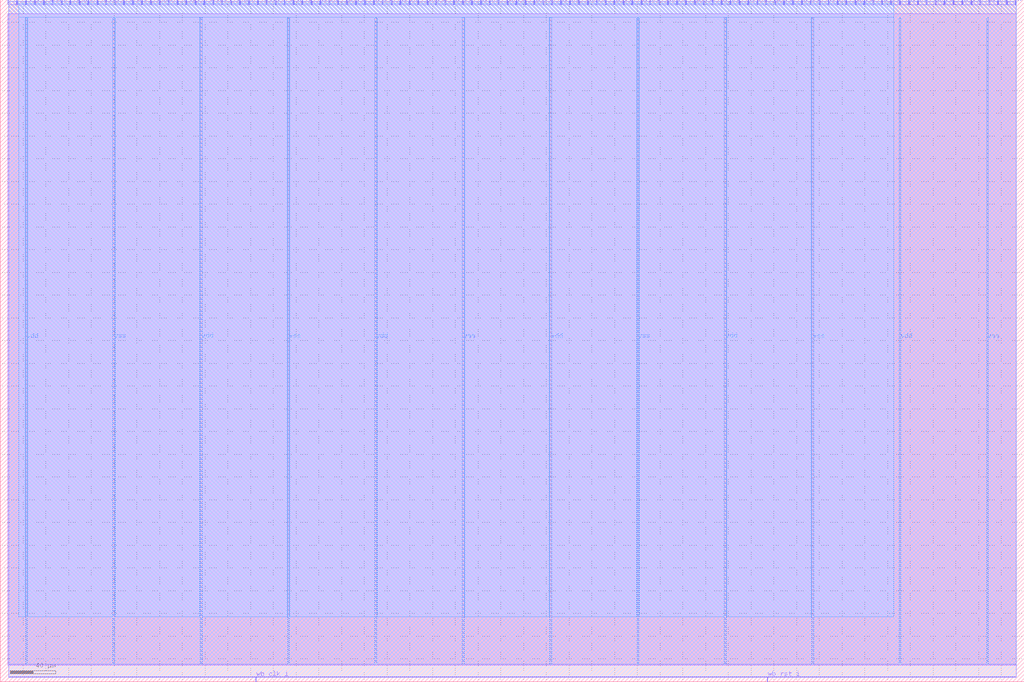
<source format=lef>
VERSION 5.7 ;
  NOWIREEXTENSIONATPIN ON ;
  DIVIDERCHAR "/" ;
  BUSBITCHARS "[]" ;
MACRO wrapped_as2650
  CLASS BLOCK ;
  FOREIGN wrapped_as2650 ;
  ORIGIN 0.000 0.000 ;
  SIZE 900.000 BY 600.000 ;
  PIN io_in[0]
    DIRECTION INPUT ;
    USE SIGNAL ;
    PORT
      LAYER Metal2 ;
        RECT 6.720 596.000 7.280 600.000 ;
    END
  END io_in[0]
  PIN io_in[10]
    DIRECTION INPUT ;
    USE SIGNAL ;
    PORT
      LAYER Metal2 ;
        RECT 241.920 596.000 242.480 600.000 ;
    END
  END io_in[10]
  PIN io_in[11]
    DIRECTION INPUT ;
    USE SIGNAL ;
    PORT
      LAYER Metal2 ;
        RECT 265.440 596.000 266.000 600.000 ;
    END
  END io_in[11]
  PIN io_in[12]
    DIRECTION INPUT ;
    USE SIGNAL ;
    PORT
      LAYER Metal2 ;
        RECT 288.960 596.000 289.520 600.000 ;
    END
  END io_in[12]
  PIN io_in[13]
    DIRECTION INPUT ;
    USE SIGNAL ;
    PORT
      LAYER Metal2 ;
        RECT 312.480 596.000 313.040 600.000 ;
    END
  END io_in[13]
  PIN io_in[14]
    DIRECTION INPUT ;
    USE SIGNAL ;
    PORT
      LAYER Metal2 ;
        RECT 336.000 596.000 336.560 600.000 ;
    END
  END io_in[14]
  PIN io_in[15]
    DIRECTION INPUT ;
    USE SIGNAL ;
    PORT
      LAYER Metal2 ;
        RECT 359.520 596.000 360.080 600.000 ;
    END
  END io_in[15]
  PIN io_in[16]
    DIRECTION INPUT ;
    USE SIGNAL ;
    PORT
      LAYER Metal2 ;
        RECT 383.040 596.000 383.600 600.000 ;
    END
  END io_in[16]
  PIN io_in[17]
    DIRECTION INPUT ;
    USE SIGNAL ;
    PORT
      LAYER Metal2 ;
        RECT 406.560 596.000 407.120 600.000 ;
    END
  END io_in[17]
  PIN io_in[18]
    DIRECTION INPUT ;
    USE SIGNAL ;
    PORT
      LAYER Metal2 ;
        RECT 430.080 596.000 430.640 600.000 ;
    END
  END io_in[18]
  PIN io_in[19]
    DIRECTION INPUT ;
    USE SIGNAL ;
    PORT
      LAYER Metal2 ;
        RECT 453.600 596.000 454.160 600.000 ;
    END
  END io_in[19]
  PIN io_in[1]
    DIRECTION INPUT ;
    USE SIGNAL ;
    PORT
      LAYER Metal2 ;
        RECT 30.240 596.000 30.800 600.000 ;
    END
  END io_in[1]
  PIN io_in[20]
    DIRECTION INPUT ;
    USE SIGNAL ;
    PORT
      LAYER Metal2 ;
        RECT 477.120 596.000 477.680 600.000 ;
    END
  END io_in[20]
  PIN io_in[21]
    DIRECTION INPUT ;
    USE SIGNAL ;
    PORT
      LAYER Metal2 ;
        RECT 500.640 596.000 501.200 600.000 ;
    END
  END io_in[21]
  PIN io_in[22]
    DIRECTION INPUT ;
    USE SIGNAL ;
    PORT
      LAYER Metal2 ;
        RECT 524.160 596.000 524.720 600.000 ;
    END
  END io_in[22]
  PIN io_in[23]
    DIRECTION INPUT ;
    USE SIGNAL ;
    PORT
      LAYER Metal2 ;
        RECT 547.680 596.000 548.240 600.000 ;
    END
  END io_in[23]
  PIN io_in[24]
    DIRECTION INPUT ;
    USE SIGNAL ;
    PORT
      LAYER Metal2 ;
        RECT 571.200 596.000 571.760 600.000 ;
    END
  END io_in[24]
  PIN io_in[25]
    DIRECTION INPUT ;
    USE SIGNAL ;
    PORT
      LAYER Metal2 ;
        RECT 594.720 596.000 595.280 600.000 ;
    END
  END io_in[25]
  PIN io_in[26]
    DIRECTION INPUT ;
    USE SIGNAL ;
    PORT
      LAYER Metal2 ;
        RECT 618.240 596.000 618.800 600.000 ;
    END
  END io_in[26]
  PIN io_in[27]
    DIRECTION INPUT ;
    USE SIGNAL ;
    PORT
      LAYER Metal2 ;
        RECT 641.760 596.000 642.320 600.000 ;
    END
  END io_in[27]
  PIN io_in[28]
    DIRECTION INPUT ;
    USE SIGNAL ;
    PORT
      LAYER Metal2 ;
        RECT 665.280 596.000 665.840 600.000 ;
    END
  END io_in[28]
  PIN io_in[29]
    DIRECTION INPUT ;
    USE SIGNAL ;
    PORT
      LAYER Metal2 ;
        RECT 688.800 596.000 689.360 600.000 ;
    END
  END io_in[29]
  PIN io_in[2]
    DIRECTION INPUT ;
    USE SIGNAL ;
    PORT
      LAYER Metal2 ;
        RECT 53.760 596.000 54.320 600.000 ;
    END
  END io_in[2]
  PIN io_in[30]
    DIRECTION INPUT ;
    USE SIGNAL ;
    PORT
      LAYER Metal2 ;
        RECT 712.320 596.000 712.880 600.000 ;
    END
  END io_in[30]
  PIN io_in[31]
    DIRECTION INPUT ;
    USE SIGNAL ;
    PORT
      LAYER Metal2 ;
        RECT 735.840 596.000 736.400 600.000 ;
    END
  END io_in[31]
  PIN io_in[32]
    DIRECTION INPUT ;
    USE SIGNAL ;
    PORT
      LAYER Metal2 ;
        RECT 759.360 596.000 759.920 600.000 ;
    END
  END io_in[32]
  PIN io_in[33]
    DIRECTION INPUT ;
    USE SIGNAL ;
    PORT
      LAYER Metal2 ;
        RECT 782.880 596.000 783.440 600.000 ;
    END
  END io_in[33]
  PIN io_in[34]
    DIRECTION INPUT ;
    USE SIGNAL ;
    PORT
      LAYER Metal2 ;
        RECT 806.400 596.000 806.960 600.000 ;
    END
  END io_in[34]
  PIN io_in[35]
    DIRECTION INPUT ;
    USE SIGNAL ;
    PORT
      LAYER Metal2 ;
        RECT 829.920 596.000 830.480 600.000 ;
    END
  END io_in[35]
  PIN io_in[36]
    DIRECTION INPUT ;
    USE SIGNAL ;
    PORT
      LAYER Metal2 ;
        RECT 853.440 596.000 854.000 600.000 ;
    END
  END io_in[36]
  PIN io_in[37]
    DIRECTION INPUT ;
    USE SIGNAL ;
    PORT
      LAYER Metal2 ;
        RECT 876.960 596.000 877.520 600.000 ;
    END
  END io_in[37]
  PIN io_in[3]
    DIRECTION INPUT ;
    USE SIGNAL ;
    PORT
      LAYER Metal2 ;
        RECT 77.280 596.000 77.840 600.000 ;
    END
  END io_in[3]
  PIN io_in[4]
    DIRECTION INPUT ;
    USE SIGNAL ;
    PORT
      LAYER Metal2 ;
        RECT 100.800 596.000 101.360 600.000 ;
    END
  END io_in[4]
  PIN io_in[5]
    DIRECTION INPUT ;
    USE SIGNAL ;
    PORT
      LAYER Metal2 ;
        RECT 124.320 596.000 124.880 600.000 ;
    END
  END io_in[5]
  PIN io_in[6]
    DIRECTION INPUT ;
    USE SIGNAL ;
    PORT
      LAYER Metal2 ;
        RECT 147.840 596.000 148.400 600.000 ;
    END
  END io_in[6]
  PIN io_in[7]
    DIRECTION INPUT ;
    USE SIGNAL ;
    PORT
      LAYER Metal2 ;
        RECT 171.360 596.000 171.920 600.000 ;
    END
  END io_in[7]
  PIN io_in[8]
    DIRECTION INPUT ;
    USE SIGNAL ;
    PORT
      LAYER Metal2 ;
        RECT 194.880 596.000 195.440 600.000 ;
    END
  END io_in[8]
  PIN io_in[9]
    DIRECTION INPUT ;
    USE SIGNAL ;
    PORT
      LAYER Metal2 ;
        RECT 218.400 596.000 218.960 600.000 ;
    END
  END io_in[9]
  PIN io_oeb[0]
    DIRECTION OUTPUT TRISTATE ;
    USE SIGNAL ;
    PORT
      LAYER Metal2 ;
        RECT 14.560 596.000 15.120 600.000 ;
    END
  END io_oeb[0]
  PIN io_oeb[10]
    DIRECTION OUTPUT TRISTATE ;
    USE SIGNAL ;
    PORT
      LAYER Metal2 ;
        RECT 249.760 596.000 250.320 600.000 ;
    END
  END io_oeb[10]
  PIN io_oeb[11]
    DIRECTION OUTPUT TRISTATE ;
    USE SIGNAL ;
    PORT
      LAYER Metal2 ;
        RECT 273.280 596.000 273.840 600.000 ;
    END
  END io_oeb[11]
  PIN io_oeb[12]
    DIRECTION OUTPUT TRISTATE ;
    USE SIGNAL ;
    PORT
      LAYER Metal2 ;
        RECT 296.800 596.000 297.360 600.000 ;
    END
  END io_oeb[12]
  PIN io_oeb[13]
    DIRECTION OUTPUT TRISTATE ;
    USE SIGNAL ;
    PORT
      LAYER Metal2 ;
        RECT 320.320 596.000 320.880 600.000 ;
    END
  END io_oeb[13]
  PIN io_oeb[14]
    DIRECTION OUTPUT TRISTATE ;
    USE SIGNAL ;
    PORT
      LAYER Metal2 ;
        RECT 343.840 596.000 344.400 600.000 ;
    END
  END io_oeb[14]
  PIN io_oeb[15]
    DIRECTION OUTPUT TRISTATE ;
    USE SIGNAL ;
    PORT
      LAYER Metal2 ;
        RECT 367.360 596.000 367.920 600.000 ;
    END
  END io_oeb[15]
  PIN io_oeb[16]
    DIRECTION OUTPUT TRISTATE ;
    USE SIGNAL ;
    PORT
      LAYER Metal2 ;
        RECT 390.880 596.000 391.440 600.000 ;
    END
  END io_oeb[16]
  PIN io_oeb[17]
    DIRECTION OUTPUT TRISTATE ;
    USE SIGNAL ;
    PORT
      LAYER Metal2 ;
        RECT 414.400 596.000 414.960 600.000 ;
    END
  END io_oeb[17]
  PIN io_oeb[18]
    DIRECTION OUTPUT TRISTATE ;
    USE SIGNAL ;
    PORT
      LAYER Metal2 ;
        RECT 437.920 596.000 438.480 600.000 ;
    END
  END io_oeb[18]
  PIN io_oeb[19]
    DIRECTION OUTPUT TRISTATE ;
    USE SIGNAL ;
    PORT
      LAYER Metal2 ;
        RECT 461.440 596.000 462.000 600.000 ;
    END
  END io_oeb[19]
  PIN io_oeb[1]
    DIRECTION OUTPUT TRISTATE ;
    USE SIGNAL ;
    PORT
      LAYER Metal2 ;
        RECT 38.080 596.000 38.640 600.000 ;
    END
  END io_oeb[1]
  PIN io_oeb[20]
    DIRECTION OUTPUT TRISTATE ;
    USE SIGNAL ;
    PORT
      LAYER Metal2 ;
        RECT 484.960 596.000 485.520 600.000 ;
    END
  END io_oeb[20]
  PIN io_oeb[21]
    DIRECTION OUTPUT TRISTATE ;
    USE SIGNAL ;
    PORT
      LAYER Metal2 ;
        RECT 508.480 596.000 509.040 600.000 ;
    END
  END io_oeb[21]
  PIN io_oeb[22]
    DIRECTION OUTPUT TRISTATE ;
    USE SIGNAL ;
    PORT
      LAYER Metal2 ;
        RECT 532.000 596.000 532.560 600.000 ;
    END
  END io_oeb[22]
  PIN io_oeb[23]
    DIRECTION OUTPUT TRISTATE ;
    USE SIGNAL ;
    PORT
      LAYER Metal2 ;
        RECT 555.520 596.000 556.080 600.000 ;
    END
  END io_oeb[23]
  PIN io_oeb[24]
    DIRECTION OUTPUT TRISTATE ;
    USE SIGNAL ;
    PORT
      LAYER Metal2 ;
        RECT 579.040 596.000 579.600 600.000 ;
    END
  END io_oeb[24]
  PIN io_oeb[25]
    DIRECTION OUTPUT TRISTATE ;
    USE SIGNAL ;
    PORT
      LAYER Metal2 ;
        RECT 602.560 596.000 603.120 600.000 ;
    END
  END io_oeb[25]
  PIN io_oeb[26]
    DIRECTION OUTPUT TRISTATE ;
    USE SIGNAL ;
    PORT
      LAYER Metal2 ;
        RECT 626.080 596.000 626.640 600.000 ;
    END
  END io_oeb[26]
  PIN io_oeb[27]
    DIRECTION OUTPUT TRISTATE ;
    USE SIGNAL ;
    PORT
      LAYER Metal2 ;
        RECT 649.600 596.000 650.160 600.000 ;
    END
  END io_oeb[27]
  PIN io_oeb[28]
    DIRECTION OUTPUT TRISTATE ;
    USE SIGNAL ;
    PORT
      LAYER Metal2 ;
        RECT 673.120 596.000 673.680 600.000 ;
    END
  END io_oeb[28]
  PIN io_oeb[29]
    DIRECTION OUTPUT TRISTATE ;
    USE SIGNAL ;
    PORT
      LAYER Metal2 ;
        RECT 696.640 596.000 697.200 600.000 ;
    END
  END io_oeb[29]
  PIN io_oeb[2]
    DIRECTION OUTPUT TRISTATE ;
    USE SIGNAL ;
    PORT
      LAYER Metal2 ;
        RECT 61.600 596.000 62.160 600.000 ;
    END
  END io_oeb[2]
  PIN io_oeb[30]
    DIRECTION OUTPUT TRISTATE ;
    USE SIGNAL ;
    PORT
      LAYER Metal2 ;
        RECT 720.160 596.000 720.720 600.000 ;
    END
  END io_oeb[30]
  PIN io_oeb[31]
    DIRECTION OUTPUT TRISTATE ;
    USE SIGNAL ;
    PORT
      LAYER Metal2 ;
        RECT 743.680 596.000 744.240 600.000 ;
    END
  END io_oeb[31]
  PIN io_oeb[32]
    DIRECTION OUTPUT TRISTATE ;
    USE SIGNAL ;
    PORT
      LAYER Metal2 ;
        RECT 767.200 596.000 767.760 600.000 ;
    END
  END io_oeb[32]
  PIN io_oeb[33]
    DIRECTION OUTPUT TRISTATE ;
    USE SIGNAL ;
    PORT
      LAYER Metal2 ;
        RECT 790.720 596.000 791.280 600.000 ;
    END
  END io_oeb[33]
  PIN io_oeb[34]
    DIRECTION OUTPUT TRISTATE ;
    USE SIGNAL ;
    PORT
      LAYER Metal2 ;
        RECT 814.240 596.000 814.800 600.000 ;
    END
  END io_oeb[34]
  PIN io_oeb[35]
    DIRECTION OUTPUT TRISTATE ;
    USE SIGNAL ;
    PORT
      LAYER Metal2 ;
        RECT 837.760 596.000 838.320 600.000 ;
    END
  END io_oeb[35]
  PIN io_oeb[36]
    DIRECTION OUTPUT TRISTATE ;
    USE SIGNAL ;
    PORT
      LAYER Metal2 ;
        RECT 861.280 596.000 861.840 600.000 ;
    END
  END io_oeb[36]
  PIN io_oeb[37]
    DIRECTION OUTPUT TRISTATE ;
    USE SIGNAL ;
    PORT
      LAYER Metal2 ;
        RECT 884.800 596.000 885.360 600.000 ;
    END
  END io_oeb[37]
  PIN io_oeb[3]
    DIRECTION OUTPUT TRISTATE ;
    USE SIGNAL ;
    PORT
      LAYER Metal2 ;
        RECT 85.120 596.000 85.680 600.000 ;
    END
  END io_oeb[3]
  PIN io_oeb[4]
    DIRECTION OUTPUT TRISTATE ;
    USE SIGNAL ;
    PORT
      LAYER Metal2 ;
        RECT 108.640 596.000 109.200 600.000 ;
    END
  END io_oeb[4]
  PIN io_oeb[5]
    DIRECTION OUTPUT TRISTATE ;
    USE SIGNAL ;
    PORT
      LAYER Metal2 ;
        RECT 132.160 596.000 132.720 600.000 ;
    END
  END io_oeb[5]
  PIN io_oeb[6]
    DIRECTION OUTPUT TRISTATE ;
    USE SIGNAL ;
    PORT
      LAYER Metal2 ;
        RECT 155.680 596.000 156.240 600.000 ;
    END
  END io_oeb[6]
  PIN io_oeb[7]
    DIRECTION OUTPUT TRISTATE ;
    USE SIGNAL ;
    PORT
      LAYER Metal2 ;
        RECT 179.200 596.000 179.760 600.000 ;
    END
  END io_oeb[7]
  PIN io_oeb[8]
    DIRECTION OUTPUT TRISTATE ;
    USE SIGNAL ;
    PORT
      LAYER Metal2 ;
        RECT 202.720 596.000 203.280 600.000 ;
    END
  END io_oeb[8]
  PIN io_oeb[9]
    DIRECTION OUTPUT TRISTATE ;
    USE SIGNAL ;
    PORT
      LAYER Metal2 ;
        RECT 226.240 596.000 226.800 600.000 ;
    END
  END io_oeb[9]
  PIN io_out[0]
    DIRECTION OUTPUT TRISTATE ;
    USE SIGNAL ;
    PORT
      LAYER Metal2 ;
        RECT 22.400 596.000 22.960 600.000 ;
    END
  END io_out[0]
  PIN io_out[10]
    DIRECTION OUTPUT TRISTATE ;
    USE SIGNAL ;
    PORT
      LAYER Metal2 ;
        RECT 257.600 596.000 258.160 600.000 ;
    END
  END io_out[10]
  PIN io_out[11]
    DIRECTION OUTPUT TRISTATE ;
    USE SIGNAL ;
    PORT
      LAYER Metal2 ;
        RECT 281.120 596.000 281.680 600.000 ;
    END
  END io_out[11]
  PIN io_out[12]
    DIRECTION OUTPUT TRISTATE ;
    USE SIGNAL ;
    PORT
      LAYER Metal2 ;
        RECT 304.640 596.000 305.200 600.000 ;
    END
  END io_out[12]
  PIN io_out[13]
    DIRECTION OUTPUT TRISTATE ;
    USE SIGNAL ;
    PORT
      LAYER Metal2 ;
        RECT 328.160 596.000 328.720 600.000 ;
    END
  END io_out[13]
  PIN io_out[14]
    DIRECTION OUTPUT TRISTATE ;
    USE SIGNAL ;
    PORT
      LAYER Metal2 ;
        RECT 351.680 596.000 352.240 600.000 ;
    END
  END io_out[14]
  PIN io_out[15]
    DIRECTION OUTPUT TRISTATE ;
    USE SIGNAL ;
    PORT
      LAYER Metal2 ;
        RECT 375.200 596.000 375.760 600.000 ;
    END
  END io_out[15]
  PIN io_out[16]
    DIRECTION OUTPUT TRISTATE ;
    USE SIGNAL ;
    PORT
      LAYER Metal2 ;
        RECT 398.720 596.000 399.280 600.000 ;
    END
  END io_out[16]
  PIN io_out[17]
    DIRECTION OUTPUT TRISTATE ;
    USE SIGNAL ;
    PORT
      LAYER Metal2 ;
        RECT 422.240 596.000 422.800 600.000 ;
    END
  END io_out[17]
  PIN io_out[18]
    DIRECTION OUTPUT TRISTATE ;
    USE SIGNAL ;
    PORT
      LAYER Metal2 ;
        RECT 445.760 596.000 446.320 600.000 ;
    END
  END io_out[18]
  PIN io_out[19]
    DIRECTION OUTPUT TRISTATE ;
    USE SIGNAL ;
    PORT
      LAYER Metal2 ;
        RECT 469.280 596.000 469.840 600.000 ;
    END
  END io_out[19]
  PIN io_out[1]
    DIRECTION OUTPUT TRISTATE ;
    USE SIGNAL ;
    PORT
      LAYER Metal2 ;
        RECT 45.920 596.000 46.480 600.000 ;
    END
  END io_out[1]
  PIN io_out[20]
    DIRECTION OUTPUT TRISTATE ;
    USE SIGNAL ;
    PORT
      LAYER Metal2 ;
        RECT 492.800 596.000 493.360 600.000 ;
    END
  END io_out[20]
  PIN io_out[21]
    DIRECTION OUTPUT TRISTATE ;
    USE SIGNAL ;
    PORT
      LAYER Metal2 ;
        RECT 516.320 596.000 516.880 600.000 ;
    END
  END io_out[21]
  PIN io_out[22]
    DIRECTION OUTPUT TRISTATE ;
    USE SIGNAL ;
    PORT
      LAYER Metal2 ;
        RECT 539.840 596.000 540.400 600.000 ;
    END
  END io_out[22]
  PIN io_out[23]
    DIRECTION OUTPUT TRISTATE ;
    USE SIGNAL ;
    PORT
      LAYER Metal2 ;
        RECT 563.360 596.000 563.920 600.000 ;
    END
  END io_out[23]
  PIN io_out[24]
    DIRECTION OUTPUT TRISTATE ;
    USE SIGNAL ;
    PORT
      LAYER Metal2 ;
        RECT 586.880 596.000 587.440 600.000 ;
    END
  END io_out[24]
  PIN io_out[25]
    DIRECTION OUTPUT TRISTATE ;
    USE SIGNAL ;
    PORT
      LAYER Metal2 ;
        RECT 610.400 596.000 610.960 600.000 ;
    END
  END io_out[25]
  PIN io_out[26]
    DIRECTION OUTPUT TRISTATE ;
    USE SIGNAL ;
    PORT
      LAYER Metal2 ;
        RECT 633.920 596.000 634.480 600.000 ;
    END
  END io_out[26]
  PIN io_out[27]
    DIRECTION OUTPUT TRISTATE ;
    USE SIGNAL ;
    PORT
      LAYER Metal2 ;
        RECT 657.440 596.000 658.000 600.000 ;
    END
  END io_out[27]
  PIN io_out[28]
    DIRECTION OUTPUT TRISTATE ;
    USE SIGNAL ;
    PORT
      LAYER Metal2 ;
        RECT 680.960 596.000 681.520 600.000 ;
    END
  END io_out[28]
  PIN io_out[29]
    DIRECTION OUTPUT TRISTATE ;
    USE SIGNAL ;
    PORT
      LAYER Metal2 ;
        RECT 704.480 596.000 705.040 600.000 ;
    END
  END io_out[29]
  PIN io_out[2]
    DIRECTION OUTPUT TRISTATE ;
    USE SIGNAL ;
    PORT
      LAYER Metal2 ;
        RECT 69.440 596.000 70.000 600.000 ;
    END
  END io_out[2]
  PIN io_out[30]
    DIRECTION OUTPUT TRISTATE ;
    USE SIGNAL ;
    PORT
      LAYER Metal2 ;
        RECT 728.000 596.000 728.560 600.000 ;
    END
  END io_out[30]
  PIN io_out[31]
    DIRECTION OUTPUT TRISTATE ;
    USE SIGNAL ;
    PORT
      LAYER Metal2 ;
        RECT 751.520 596.000 752.080 600.000 ;
    END
  END io_out[31]
  PIN io_out[32]
    DIRECTION OUTPUT TRISTATE ;
    USE SIGNAL ;
    PORT
      LAYER Metal2 ;
        RECT 775.040 596.000 775.600 600.000 ;
    END
  END io_out[32]
  PIN io_out[33]
    DIRECTION OUTPUT TRISTATE ;
    USE SIGNAL ;
    PORT
      LAYER Metal2 ;
        RECT 798.560 596.000 799.120 600.000 ;
    END
  END io_out[33]
  PIN io_out[34]
    DIRECTION OUTPUT TRISTATE ;
    USE SIGNAL ;
    PORT
      LAYER Metal2 ;
        RECT 822.080 596.000 822.640 600.000 ;
    END
  END io_out[34]
  PIN io_out[35]
    DIRECTION OUTPUT TRISTATE ;
    USE SIGNAL ;
    PORT
      LAYER Metal2 ;
        RECT 845.600 596.000 846.160 600.000 ;
    END
  END io_out[35]
  PIN io_out[36]
    DIRECTION OUTPUT TRISTATE ;
    USE SIGNAL ;
    PORT
      LAYER Metal2 ;
        RECT 869.120 596.000 869.680 600.000 ;
    END
  END io_out[36]
  PIN io_out[37]
    DIRECTION OUTPUT TRISTATE ;
    USE SIGNAL ;
    PORT
      LAYER Metal2 ;
        RECT 892.640 596.000 893.200 600.000 ;
    END
  END io_out[37]
  PIN io_out[3]
    DIRECTION OUTPUT TRISTATE ;
    USE SIGNAL ;
    PORT
      LAYER Metal2 ;
        RECT 92.960 596.000 93.520 600.000 ;
    END
  END io_out[3]
  PIN io_out[4]
    DIRECTION OUTPUT TRISTATE ;
    USE SIGNAL ;
    PORT
      LAYER Metal2 ;
        RECT 116.480 596.000 117.040 600.000 ;
    END
  END io_out[4]
  PIN io_out[5]
    DIRECTION OUTPUT TRISTATE ;
    USE SIGNAL ;
    PORT
      LAYER Metal2 ;
        RECT 140.000 596.000 140.560 600.000 ;
    END
  END io_out[5]
  PIN io_out[6]
    DIRECTION OUTPUT TRISTATE ;
    USE SIGNAL ;
    PORT
      LAYER Metal2 ;
        RECT 163.520 596.000 164.080 600.000 ;
    END
  END io_out[6]
  PIN io_out[7]
    DIRECTION OUTPUT TRISTATE ;
    USE SIGNAL ;
    PORT
      LAYER Metal2 ;
        RECT 187.040 596.000 187.600 600.000 ;
    END
  END io_out[7]
  PIN io_out[8]
    DIRECTION OUTPUT TRISTATE ;
    USE SIGNAL ;
    PORT
      LAYER Metal2 ;
        RECT 210.560 596.000 211.120 600.000 ;
    END
  END io_out[8]
  PIN io_out[9]
    DIRECTION OUTPUT TRISTATE ;
    USE SIGNAL ;
    PORT
      LAYER Metal2 ;
        RECT 234.080 596.000 234.640 600.000 ;
    END
  END io_out[9]
  PIN vdd
    DIRECTION INOUT ;
    USE POWER ;
    PORT
      LAYER Metal4 ;
        RECT 22.240 15.380 23.840 584.380 ;
    END
    PORT
      LAYER Metal4 ;
        RECT 175.840 15.380 177.440 584.380 ;
    END
    PORT
      LAYER Metal4 ;
        RECT 329.440 15.380 331.040 584.380 ;
    END
    PORT
      LAYER Metal4 ;
        RECT 483.040 15.380 484.640 584.380 ;
    END
    PORT
      LAYER Metal4 ;
        RECT 636.640 15.380 638.240 584.380 ;
    END
    PORT
      LAYER Metal4 ;
        RECT 790.240 15.380 791.840 584.380 ;
    END
  END vdd
  PIN vss
    DIRECTION INOUT ;
    USE GROUND ;
    PORT
      LAYER Metal4 ;
        RECT 99.040 15.380 100.640 584.380 ;
    END
    PORT
      LAYER Metal4 ;
        RECT 252.640 15.380 254.240 584.380 ;
    END
    PORT
      LAYER Metal4 ;
        RECT 406.240 15.380 407.840 584.380 ;
    END
    PORT
      LAYER Metal4 ;
        RECT 559.840 15.380 561.440 584.380 ;
    END
    PORT
      LAYER Metal4 ;
        RECT 713.440 15.380 715.040 584.380 ;
    END
    PORT
      LAYER Metal4 ;
        RECT 867.040 15.380 868.640 584.380 ;
    END
  END vss
  PIN wb_clk_i
    DIRECTION INPUT ;
    USE SIGNAL ;
    PORT
      LAYER Metal2 ;
        RECT 224.560 0.000 225.120 4.000 ;
    END
  END wb_clk_i
  PIN wb_rst_i
    DIRECTION INPUT ;
    USE SIGNAL ;
    PORT
      LAYER Metal2 ;
        RECT 674.240 0.000 674.800 4.000 ;
    END
  END wb_rst_i
  OBS
      LAYER Metal1 ;
        RECT 6.720 14.710 893.200 587.850 ;
      LAYER Metal2 ;
        RECT 7.580 595.700 14.260 598.550 ;
        RECT 15.420 595.700 22.100 598.550 ;
        RECT 23.260 595.700 29.940 598.550 ;
        RECT 31.100 595.700 37.780 598.550 ;
        RECT 38.940 595.700 45.620 598.550 ;
        RECT 46.780 595.700 53.460 598.550 ;
        RECT 54.620 595.700 61.300 598.550 ;
        RECT 62.460 595.700 69.140 598.550 ;
        RECT 70.300 595.700 76.980 598.550 ;
        RECT 78.140 595.700 84.820 598.550 ;
        RECT 85.980 595.700 92.660 598.550 ;
        RECT 93.820 595.700 100.500 598.550 ;
        RECT 101.660 595.700 108.340 598.550 ;
        RECT 109.500 595.700 116.180 598.550 ;
        RECT 117.340 595.700 124.020 598.550 ;
        RECT 125.180 595.700 131.860 598.550 ;
        RECT 133.020 595.700 139.700 598.550 ;
        RECT 140.860 595.700 147.540 598.550 ;
        RECT 148.700 595.700 155.380 598.550 ;
        RECT 156.540 595.700 163.220 598.550 ;
        RECT 164.380 595.700 171.060 598.550 ;
        RECT 172.220 595.700 178.900 598.550 ;
        RECT 180.060 595.700 186.740 598.550 ;
        RECT 187.900 595.700 194.580 598.550 ;
        RECT 195.740 595.700 202.420 598.550 ;
        RECT 203.580 595.700 210.260 598.550 ;
        RECT 211.420 595.700 218.100 598.550 ;
        RECT 219.260 595.700 225.940 598.550 ;
        RECT 227.100 595.700 233.780 598.550 ;
        RECT 234.940 595.700 241.620 598.550 ;
        RECT 242.780 595.700 249.460 598.550 ;
        RECT 250.620 595.700 257.300 598.550 ;
        RECT 258.460 595.700 265.140 598.550 ;
        RECT 266.300 595.700 272.980 598.550 ;
        RECT 274.140 595.700 280.820 598.550 ;
        RECT 281.980 595.700 288.660 598.550 ;
        RECT 289.820 595.700 296.500 598.550 ;
        RECT 297.660 595.700 304.340 598.550 ;
        RECT 305.500 595.700 312.180 598.550 ;
        RECT 313.340 595.700 320.020 598.550 ;
        RECT 321.180 595.700 327.860 598.550 ;
        RECT 329.020 595.700 335.700 598.550 ;
        RECT 336.860 595.700 343.540 598.550 ;
        RECT 344.700 595.700 351.380 598.550 ;
        RECT 352.540 595.700 359.220 598.550 ;
        RECT 360.380 595.700 367.060 598.550 ;
        RECT 368.220 595.700 374.900 598.550 ;
        RECT 376.060 595.700 382.740 598.550 ;
        RECT 383.900 595.700 390.580 598.550 ;
        RECT 391.740 595.700 398.420 598.550 ;
        RECT 399.580 595.700 406.260 598.550 ;
        RECT 407.420 595.700 414.100 598.550 ;
        RECT 415.260 595.700 421.940 598.550 ;
        RECT 423.100 595.700 429.780 598.550 ;
        RECT 430.940 595.700 437.620 598.550 ;
        RECT 438.780 595.700 445.460 598.550 ;
        RECT 446.620 595.700 453.300 598.550 ;
        RECT 454.460 595.700 461.140 598.550 ;
        RECT 462.300 595.700 468.980 598.550 ;
        RECT 470.140 595.700 476.820 598.550 ;
        RECT 477.980 595.700 484.660 598.550 ;
        RECT 485.820 595.700 492.500 598.550 ;
        RECT 493.660 595.700 500.340 598.550 ;
        RECT 501.500 595.700 508.180 598.550 ;
        RECT 509.340 595.700 516.020 598.550 ;
        RECT 517.180 595.700 523.860 598.550 ;
        RECT 525.020 595.700 531.700 598.550 ;
        RECT 532.860 595.700 539.540 598.550 ;
        RECT 540.700 595.700 547.380 598.550 ;
        RECT 548.540 595.700 555.220 598.550 ;
        RECT 556.380 595.700 563.060 598.550 ;
        RECT 564.220 595.700 570.900 598.550 ;
        RECT 572.060 595.700 578.740 598.550 ;
        RECT 579.900 595.700 586.580 598.550 ;
        RECT 587.740 595.700 594.420 598.550 ;
        RECT 595.580 595.700 602.260 598.550 ;
        RECT 603.420 595.700 610.100 598.550 ;
        RECT 611.260 595.700 617.940 598.550 ;
        RECT 619.100 595.700 625.780 598.550 ;
        RECT 626.940 595.700 633.620 598.550 ;
        RECT 634.780 595.700 641.460 598.550 ;
        RECT 642.620 595.700 649.300 598.550 ;
        RECT 650.460 595.700 657.140 598.550 ;
        RECT 658.300 595.700 664.980 598.550 ;
        RECT 666.140 595.700 672.820 598.550 ;
        RECT 673.980 595.700 680.660 598.550 ;
        RECT 681.820 595.700 688.500 598.550 ;
        RECT 689.660 595.700 696.340 598.550 ;
        RECT 697.500 595.700 704.180 598.550 ;
        RECT 705.340 595.700 712.020 598.550 ;
        RECT 713.180 595.700 719.860 598.550 ;
        RECT 721.020 595.700 727.700 598.550 ;
        RECT 728.860 595.700 735.540 598.550 ;
        RECT 736.700 595.700 743.380 598.550 ;
        RECT 744.540 595.700 751.220 598.550 ;
        RECT 752.380 595.700 759.060 598.550 ;
        RECT 760.220 595.700 766.900 598.550 ;
        RECT 768.060 595.700 774.740 598.550 ;
        RECT 775.900 595.700 782.580 598.550 ;
        RECT 783.740 595.700 790.420 598.550 ;
        RECT 791.580 595.700 798.260 598.550 ;
        RECT 799.420 595.700 806.100 598.550 ;
        RECT 807.260 595.700 813.940 598.550 ;
        RECT 815.100 595.700 821.780 598.550 ;
        RECT 822.940 595.700 829.620 598.550 ;
        RECT 830.780 595.700 837.460 598.550 ;
        RECT 838.620 595.700 845.300 598.550 ;
        RECT 846.460 595.700 853.140 598.550 ;
        RECT 854.300 595.700 860.980 598.550 ;
        RECT 862.140 595.700 868.820 598.550 ;
        RECT 869.980 595.700 876.660 598.550 ;
        RECT 877.820 595.700 884.500 598.550 ;
        RECT 885.660 595.700 892.340 598.550 ;
        RECT 7.420 4.300 893.060 595.700 ;
        RECT 7.420 4.000 224.260 4.300 ;
        RECT 225.420 4.000 673.940 4.300 ;
        RECT 675.100 4.000 893.060 4.300 ;
      LAYER Metal3 ;
        RECT 7.370 15.540 893.110 598.500 ;
      LAYER Metal4 ;
        RECT 16.380 584.680 785.540 596.870 ;
        RECT 16.380 57.210 21.940 584.680 ;
        RECT 24.140 57.210 98.740 584.680 ;
        RECT 100.940 57.210 175.540 584.680 ;
        RECT 177.740 57.210 252.340 584.680 ;
        RECT 254.540 57.210 329.140 584.680 ;
        RECT 331.340 57.210 405.940 584.680 ;
        RECT 408.140 57.210 482.740 584.680 ;
        RECT 484.940 57.210 559.540 584.680 ;
        RECT 561.740 57.210 636.340 584.680 ;
        RECT 638.540 57.210 713.140 584.680 ;
        RECT 715.340 57.210 785.540 584.680 ;
  END
END wrapped_as2650
END LIBRARY


</source>
